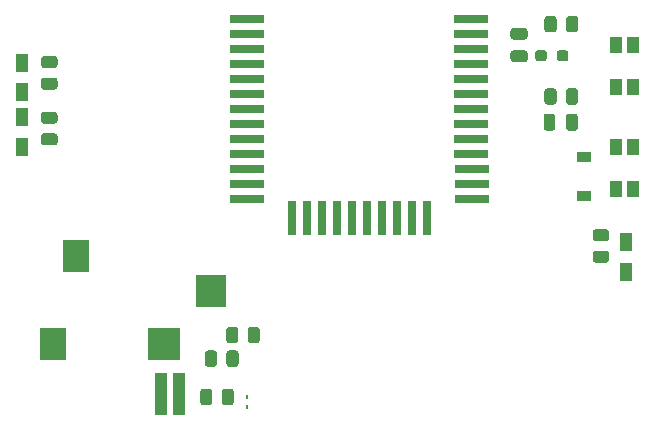
<source format=gbr>
%TF.GenerationSoftware,KiCad,Pcbnew,5.1.10-88a1d61d58~90~ubuntu20.04.1*%
%TF.CreationDate,2021-11-15T19:50:34+00:00*%
%TF.ProjectId,daughter_board,64617567-6874-4657-925f-626f6172642e,rev?*%
%TF.SameCoordinates,Original*%
%TF.FileFunction,Paste,Top*%
%TF.FilePolarity,Positive*%
%FSLAX46Y46*%
G04 Gerber Fmt 4.6, Leading zero omitted, Abs format (unit mm)*
G04 Created by KiCad (PCBNEW 5.1.10-88a1d61d58~90~ubuntu20.04.1) date 2021-11-15 19:50:34*
%MOMM*%
%LPD*%
G01*
G04 APERTURE LIST*
%ADD10R,2.600000X2.800000*%
%ADD11R,2.200000X2.800000*%
%ADD12R,2.800000X2.800000*%
%ADD13R,0.990000X3.610000*%
%ADD14R,0.250000X0.360000*%
%ADD15R,1.050000X1.400000*%
%ADD16R,1.000000X1.500000*%
%ADD17R,1.219200X0.914400*%
%ADD18R,3.000000X0.800000*%
%ADD19R,0.800000X3.000000*%
G04 APERTURE END LIST*
D10*
%TO.C,J2*%
X120300000Y-122090000D03*
D11*
X108900000Y-119140000D03*
X106900000Y-126540000D03*
D12*
X116300000Y-126540000D03*
%TD*%
D13*
%TO.C,R12*%
X117565000Y-130820000D03*
X116035000Y-130820000D03*
%TD*%
%TO.C,R8*%
G36*
G01*
X120400000Y-130589999D02*
X120400000Y-131490001D01*
G75*
G02*
X120150001Y-131740000I-249999J0D01*
G01*
X119624999Y-131740000D01*
G75*
G02*
X119375000Y-131490001I0J249999D01*
G01*
X119375000Y-130589999D01*
G75*
G02*
X119624999Y-130340000I249999J0D01*
G01*
X120150001Y-130340000D01*
G75*
G02*
X120400000Y-130589999I0J-249999D01*
G01*
G37*
G36*
G01*
X122225000Y-130589999D02*
X122225000Y-131490001D01*
G75*
G02*
X121975001Y-131740000I-249999J0D01*
G01*
X121449999Y-131740000D01*
G75*
G02*
X121200000Y-131490001I0J249999D01*
G01*
X121200000Y-130589999D01*
G75*
G02*
X121449999Y-130340000I249999J0D01*
G01*
X121975001Y-130340000D01*
G75*
G02*
X122225000Y-130589999I0J-249999D01*
G01*
G37*
%TD*%
D14*
%TO.C,D6*%
X123300000Y-131890000D03*
X123300000Y-131050000D03*
%TD*%
%TO.C,R11*%
G36*
G01*
X120800000Y-127349999D02*
X120800000Y-128250001D01*
G75*
G02*
X120550001Y-128500000I-249999J0D01*
G01*
X120024999Y-128500000D01*
G75*
G02*
X119775000Y-128250001I0J249999D01*
G01*
X119775000Y-127349999D01*
G75*
G02*
X120024999Y-127100000I249999J0D01*
G01*
X120550001Y-127100000D01*
G75*
G02*
X120800000Y-127349999I0J-249999D01*
G01*
G37*
G36*
G01*
X122625000Y-127349999D02*
X122625000Y-128250001D01*
G75*
G02*
X122375001Y-128500000I-249999J0D01*
G01*
X121849999Y-128500000D01*
G75*
G02*
X121600000Y-128250001I0J249999D01*
G01*
X121600000Y-127349999D01*
G75*
G02*
X121849999Y-127100000I249999J0D01*
G01*
X122375001Y-127100000D01*
G75*
G02*
X122625000Y-127349999I0J-249999D01*
G01*
G37*
%TD*%
%TO.C,R10*%
G36*
G01*
X122600000Y-125349999D02*
X122600000Y-126250001D01*
G75*
G02*
X122350001Y-126500000I-249999J0D01*
G01*
X121824999Y-126500000D01*
G75*
G02*
X121575000Y-126250001I0J249999D01*
G01*
X121575000Y-125349999D01*
G75*
G02*
X121824999Y-125100000I249999J0D01*
G01*
X122350001Y-125100000D01*
G75*
G02*
X122600000Y-125349999I0J-249999D01*
G01*
G37*
G36*
G01*
X124425000Y-125349999D02*
X124425000Y-126250001D01*
G75*
G02*
X124175001Y-126500000I-249999J0D01*
G01*
X123649999Y-126500000D01*
G75*
G02*
X123400000Y-126250001I0J249999D01*
G01*
X123400000Y-125349999D01*
G75*
G02*
X123649999Y-125100000I249999J0D01*
G01*
X124175001Y-125100000D01*
G75*
G02*
X124425000Y-125349999I0J-249999D01*
G01*
G37*
%TD*%
D15*
%TO.C,SW2*%
X154600000Y-104800000D03*
X154600000Y-101200000D03*
X156050000Y-104800000D03*
X156050000Y-101200000D03*
%TD*%
%TO.C,SW1*%
X154600000Y-113450000D03*
X154600000Y-109850000D03*
X156050000Y-113450000D03*
X156050000Y-109850000D03*
%TD*%
D16*
%TO.C,D3*%
X155400000Y-117940000D03*
X155400000Y-120440000D03*
%TD*%
%TO.C,D2*%
X104250000Y-105250000D03*
X104250000Y-102750000D03*
%TD*%
%TO.C,D1*%
X104250000Y-109850000D03*
X104250000Y-107350000D03*
%TD*%
%TO.C,R1*%
G36*
G01*
X149550000Y-105149998D02*
X149550000Y-106050002D01*
G75*
G02*
X149300002Y-106300000I-249998J0D01*
G01*
X148774998Y-106300000D01*
G75*
G02*
X148525000Y-106050002I0J249998D01*
G01*
X148525000Y-105149998D01*
G75*
G02*
X148774998Y-104900000I249998J0D01*
G01*
X149300002Y-104900000D01*
G75*
G02*
X149550000Y-105149998I0J-249998D01*
G01*
G37*
G36*
G01*
X151375000Y-105149998D02*
X151375000Y-106050002D01*
G75*
G02*
X151125002Y-106300000I-249998J0D01*
G01*
X150599998Y-106300000D01*
G75*
G02*
X150350000Y-106050002I0J249998D01*
G01*
X150350000Y-105149998D01*
G75*
G02*
X150599998Y-104900000I249998J0D01*
G01*
X151125002Y-104900000D01*
G75*
G02*
X151375000Y-105149998I0J-249998D01*
G01*
G37*
%TD*%
%TO.C,C3*%
G36*
G01*
X149450000Y-107300000D02*
X149450000Y-108250000D01*
G75*
G02*
X149200000Y-108500000I-250000J0D01*
G01*
X148700000Y-108500000D01*
G75*
G02*
X148450000Y-108250000I0J250000D01*
G01*
X148450000Y-107300000D01*
G75*
G02*
X148700000Y-107050000I250000J0D01*
G01*
X149200000Y-107050000D01*
G75*
G02*
X149450000Y-107300000I0J-250000D01*
G01*
G37*
G36*
G01*
X151350000Y-107300000D02*
X151350000Y-108250000D01*
G75*
G02*
X151100000Y-108500000I-250000J0D01*
G01*
X150600000Y-108500000D01*
G75*
G02*
X150350000Y-108250000I0J250000D01*
G01*
X150350000Y-107300000D01*
G75*
G02*
X150600000Y-107050000I250000J0D01*
G01*
X151100000Y-107050000D01*
G75*
G02*
X151350000Y-107300000I0J-250000D01*
G01*
G37*
%TD*%
%TO.C,FB1*%
G36*
G01*
X148725000Y-101912500D02*
X148725000Y-102387500D01*
G75*
G02*
X148487500Y-102625000I-237500J0D01*
G01*
X147987500Y-102625000D01*
G75*
G02*
X147750000Y-102387500I0J237500D01*
G01*
X147750000Y-101912500D01*
G75*
G02*
X147987500Y-101675000I237500J0D01*
G01*
X148487500Y-101675000D01*
G75*
G02*
X148725000Y-101912500I0J-237500D01*
G01*
G37*
G36*
G01*
X150550000Y-101912500D02*
X150550000Y-102387500D01*
G75*
G02*
X150312500Y-102625000I-237500J0D01*
G01*
X149812500Y-102625000D01*
G75*
G02*
X149575000Y-102387500I0J237500D01*
G01*
X149575000Y-101912500D01*
G75*
G02*
X149812500Y-101675000I237500J0D01*
G01*
X150312500Y-101675000D01*
G75*
G02*
X150550000Y-101912500I0J-237500D01*
G01*
G37*
%TD*%
D17*
%TO.C,D4*%
X151870000Y-113998300D03*
X151870000Y-110721700D03*
%TD*%
%TO.C,R7*%
G36*
G01*
X153750002Y-117850000D02*
X152849998Y-117850000D01*
G75*
G02*
X152600000Y-117600002I0J249998D01*
G01*
X152600000Y-117074998D01*
G75*
G02*
X152849998Y-116825000I249998J0D01*
G01*
X153750002Y-116825000D01*
G75*
G02*
X154000000Y-117074998I0J-249998D01*
G01*
X154000000Y-117600002D01*
G75*
G02*
X153750002Y-117850000I-249998J0D01*
G01*
G37*
G36*
G01*
X153750002Y-119675000D02*
X152849998Y-119675000D01*
G75*
G02*
X152600000Y-119425002I0J249998D01*
G01*
X152600000Y-118899998D01*
G75*
G02*
X152849998Y-118650000I249998J0D01*
G01*
X153750002Y-118650000D01*
G75*
G02*
X154000000Y-118899998I0J-249998D01*
G01*
X154000000Y-119425002D01*
G75*
G02*
X153750002Y-119675000I-249998J0D01*
G01*
G37*
%TD*%
%TO.C,R6*%
G36*
G01*
X107050002Y-103200000D02*
X106149998Y-103200000D01*
G75*
G02*
X105900000Y-102950002I0J249998D01*
G01*
X105900000Y-102424998D01*
G75*
G02*
X106149998Y-102175000I249998J0D01*
G01*
X107050002Y-102175000D01*
G75*
G02*
X107300000Y-102424998I0J-249998D01*
G01*
X107300000Y-102950002D01*
G75*
G02*
X107050002Y-103200000I-249998J0D01*
G01*
G37*
G36*
G01*
X107050002Y-105025000D02*
X106149998Y-105025000D01*
G75*
G02*
X105900000Y-104775002I0J249998D01*
G01*
X105900000Y-104249998D01*
G75*
G02*
X106149998Y-104000000I249998J0D01*
G01*
X107050002Y-104000000D01*
G75*
G02*
X107300000Y-104249998I0J-249998D01*
G01*
X107300000Y-104775002D01*
G75*
G02*
X107050002Y-105025000I-249998J0D01*
G01*
G37*
%TD*%
%TO.C,R5*%
G36*
G01*
X106149998Y-108712500D02*
X107050002Y-108712500D01*
G75*
G02*
X107300000Y-108962498I0J-249998D01*
G01*
X107300000Y-109487502D01*
G75*
G02*
X107050002Y-109737500I-249998J0D01*
G01*
X106149998Y-109737500D01*
G75*
G02*
X105900000Y-109487502I0J249998D01*
G01*
X105900000Y-108962498D01*
G75*
G02*
X106149998Y-108712500I249998J0D01*
G01*
G37*
G36*
G01*
X106149998Y-106887500D02*
X107050002Y-106887500D01*
G75*
G02*
X107300000Y-107137498I0J-249998D01*
G01*
X107300000Y-107662502D01*
G75*
G02*
X107050002Y-107912500I-249998J0D01*
G01*
X106149998Y-107912500D01*
G75*
G02*
X105900000Y-107662502I0J249998D01*
G01*
X105900000Y-107137498D01*
G75*
G02*
X106149998Y-106887500I249998J0D01*
G01*
G37*
%TD*%
%TO.C,R4*%
G36*
G01*
X149550000Y-99024998D02*
X149550000Y-99925002D01*
G75*
G02*
X149300002Y-100175000I-249998J0D01*
G01*
X148774998Y-100175000D01*
G75*
G02*
X148525000Y-99925002I0J249998D01*
G01*
X148525000Y-99024998D01*
G75*
G02*
X148774998Y-98775000I249998J0D01*
G01*
X149300002Y-98775000D01*
G75*
G02*
X149550000Y-99024998I0J-249998D01*
G01*
G37*
G36*
G01*
X151375000Y-99024998D02*
X151375000Y-99925002D01*
G75*
G02*
X151125002Y-100175000I-249998J0D01*
G01*
X150599998Y-100175000D01*
G75*
G02*
X150350000Y-99925002I0J249998D01*
G01*
X150350000Y-99024998D01*
G75*
G02*
X150599998Y-98775000I249998J0D01*
G01*
X151125002Y-98775000D01*
G75*
G02*
X151375000Y-99024998I0J-249998D01*
G01*
G37*
%TD*%
%TO.C,C2*%
G36*
G01*
X146850000Y-100800000D02*
X145900000Y-100800000D01*
G75*
G02*
X145650000Y-100550000I0J250000D01*
G01*
X145650000Y-100050000D01*
G75*
G02*
X145900000Y-99800000I250000J0D01*
G01*
X146850000Y-99800000D01*
G75*
G02*
X147100000Y-100050000I0J-250000D01*
G01*
X147100000Y-100550000D01*
G75*
G02*
X146850000Y-100800000I-250000J0D01*
G01*
G37*
G36*
G01*
X146850000Y-102700000D02*
X145900000Y-102700000D01*
G75*
G02*
X145650000Y-102450000I0J250000D01*
G01*
X145650000Y-101950000D01*
G75*
G02*
X145900000Y-101700000I250000J0D01*
G01*
X146850000Y-101700000D01*
G75*
G02*
X147100000Y-101950000I0J-250000D01*
G01*
X147100000Y-102450000D01*
G75*
G02*
X146850000Y-102700000I-250000J0D01*
G01*
G37*
%TD*%
D18*
%TO.C,U3*%
X142340000Y-99060000D03*
X142340000Y-100330000D03*
X142340000Y-101600000D03*
X142340000Y-102870000D03*
X142340000Y-104140000D03*
X142340000Y-105410000D03*
X142340000Y-106680000D03*
X142340000Y-107950000D03*
X142340000Y-109220000D03*
X142340000Y-110490000D03*
X123350000Y-114300000D03*
D19*
X127140000Y-115900000D03*
D18*
X123350000Y-113030000D03*
D19*
X128410000Y-115900000D03*
D18*
X123350000Y-111760000D03*
D19*
X129680000Y-115900000D03*
D18*
X123350000Y-110490000D03*
D19*
X130950000Y-115900000D03*
D18*
X123350000Y-109220000D03*
D19*
X138570000Y-115900000D03*
D18*
X123350000Y-107950000D03*
D19*
X132220000Y-115900000D03*
D18*
X123350000Y-106680000D03*
D19*
X133490000Y-115900000D03*
D18*
X123350000Y-105410000D03*
D19*
X134760000Y-115900000D03*
D18*
X123350000Y-104140000D03*
D19*
X136030000Y-115900000D03*
D18*
X123350000Y-102870000D03*
D19*
X137300000Y-115900000D03*
D18*
X123350000Y-101600000D03*
X142350000Y-114300000D03*
X123350000Y-100330000D03*
X142350000Y-113030000D03*
X123350000Y-99060000D03*
X142350000Y-111760000D03*
%TD*%
M02*

</source>
